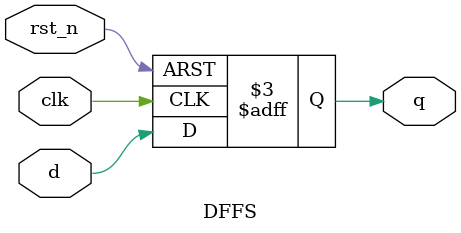
<source format=v>
module DFFS(
    clk,
    rst_n,
    d,
    q
);

parameter WIDTH = 1;

input wire clk;
input wire rst_n;
input wire [WIDTH-1:0]d;
output reg [WIDTH-1:0]q;

always@(posedge clk or negedge rst_n)begin
    if(~rst_n)begin
        q <= {WIDTH{1'b1}};
    end
    else begin
        q <= d;
    end
end

endmodule

</source>
